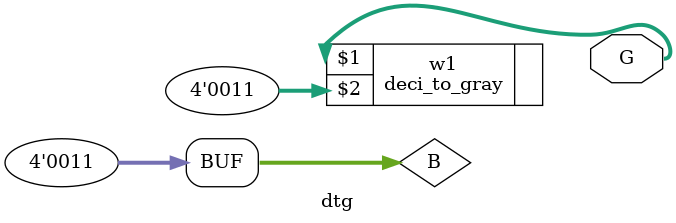
<source format=v>
module dtg(G);//test bench for gray code convertor 8026
 reg [3:0] B;//4-bit input Binary representation of the number 8026
 output [3:0] G;//4-bit coverted output in Gray Code 8026
 deci_to_gray w1(G,B); //instantiating the the binary to gray code converter 8026
 initial begin //start of test block 8026
 B = 4'b0011; //number whose gray code is to be determined 8026
 end  //end of test block 8026
 initial begin //block for printing the gray code equivalent 8026
 $monitor("The converted gray code is = %b%b%b%b" , G[3],G[2],G[1],G[0]); //printing the gray code obtained 8026
 end //end of block for printing 8026
endmodule //end of module for gray code convertor 8026

 

</source>
